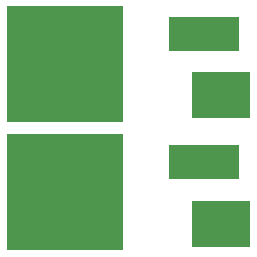
<source format=gbr>
%FSLAX34Y34*%
%MOMM*%
%LNSMDMASK_TOP*%
G71*
G01*
%ADD10R, 9.90X9.90*%
%ADD11R, 6.00X3.00*%
%ADD12R, 5.00X4.00*%
%LPD*%
X125055Y-635944D02*
G54D10*
D03*
X243055Y-610444D02*
G54D11*
D03*
X257555Y-662444D02*
G54D12*
D03*
X125055Y-527200D02*
G54D10*
D03*
X243055Y-501700D02*
G54D11*
D03*
X257555Y-553700D02*
G54D12*
D03*
M02*

</source>
